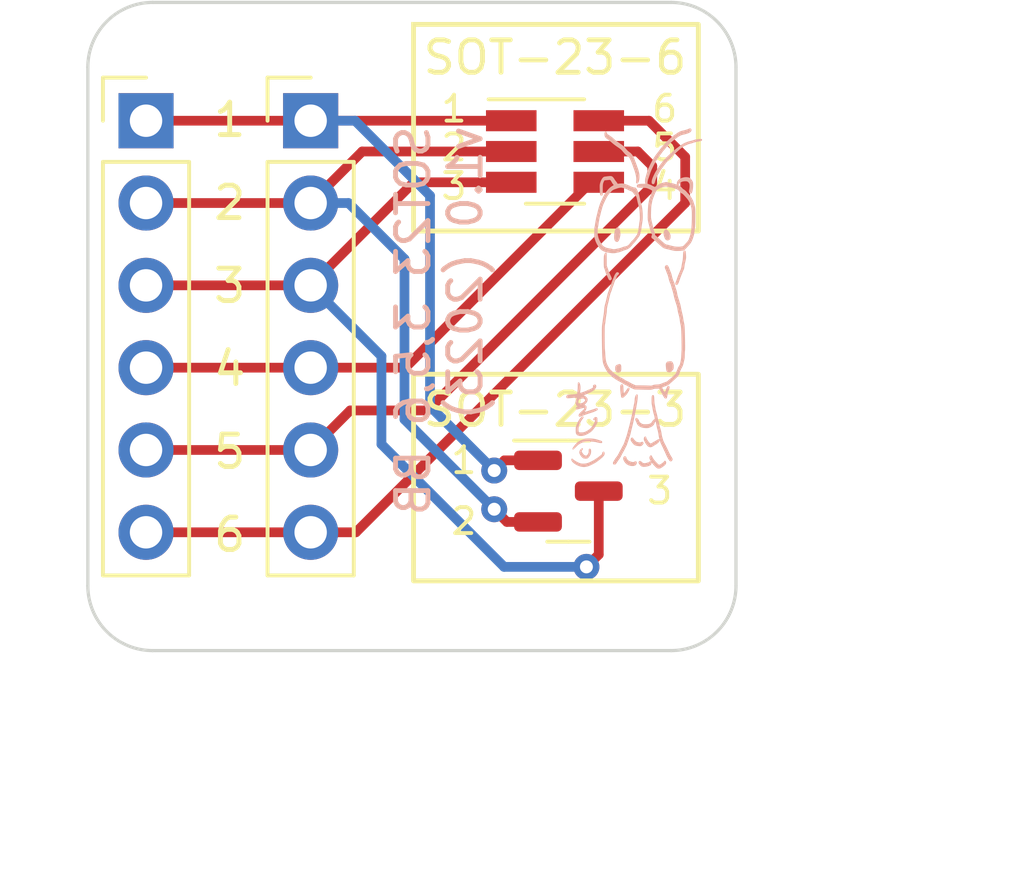
<source format=kicad_pcb>
(kicad_pcb (version 20221018) (generator pcbnew)
  (title_block (company "chof.org"))
  (layers (0 "F.Cu" signal) (31 "B.Cu" signal) (34 "B.Paste" user) (35 "F.Paste" user) (36 "B.SilkS" user "B.Silkscreen") (37 "F.SilkS" user "F.Silkscreen") (38 "B.Mask" user) (39 "F.Mask" user) (44 "Edge.Cuts" user))
  (net 0 "")
  (net 1 "1")
  (net 2 "2")
  (net 3 "3")
  (net 4 "4")
  (net 5 "5")
  (net 6 "6")
  (footprint "Package_TO_SOT_SMD:SOT-23" (layer "F.Cu") (at 76.5325 135.89)
    (fp_text reference "SOT-23-3" (at -0.4125 -2.5146) (layer "F.SilkS"))
    (fp_text value "SOT-23")
    (pad "1" smd roundrect (at -0.9375 -0.95) (size 1.475 0.6) (layers "F.Cu" "F.Paste" "F.Mask") (net 1 "1"))
    (pad "2" smd roundrect (at -0.9375 0.95) (size 1.475 0.6) (layers "F.Cu" "F.Paste" "F.Mask") (net 2 "2"))
    (pad "3" smd roundrect (at 0.9375 0) (size 1.475 0.6) (layers "F.Cu" "F.Paste" "F.Mask") (net 3 "3"))
  )
  (footprint "Connector_PinHeader_2.54mm:PinHeader_1x06_P2.54mm_Vertical" (layer "F.Cu") (at 68.58 124.46)
    (fp_text reference "REF**" hide)
    (fp_text value "H2 2.54mm")
    (pad "1" thru_hole rect locked (at 0 0) (size 1.7 1.7) (drill 1) (layers "*.Cu" "*.Mask") (net 1 "1"))
    (pad "2" thru_hole oval locked (at 0 2.54) (size 1.7 1.7) (drill 1) (layers "*.Cu" "*.Mask") (net 2 "2"))
    (pad "3" thru_hole oval locked (at 0 5.08) (size 1.7 1.7) (drill 1) (layers "*.Cu" "*.Mask") (net 3 "3"))
    (pad "4" thru_hole oval locked (at 0 7.62) (size 1.7 1.7) (drill 1) (layers "*.Cu" "*.Mask") (net 4 "4"))
    (pad "5" thru_hole oval locked (at 0 10.16) (size 1.7 1.7) (drill 1) (layers "*.Cu" "*.Mask") (net 5 "5"))
    (pad "6" thru_hole oval locked (at 0 12.7) (size 1.7 1.7) (drill 1) (layers "*.Cu" "*.Mask") (net 6 "6"))
  )
  (footprint "Package_TO_SOT_SMD:SOT-23-6_Handsoldering" (layer "F.Cu") (at 76.12 125.41)
    (fp_text reference "SOT-23-6" (at 0 -2.9) (layer "F.SilkS"))
    (fp_text value "SOT-23-6_Handsoldering" hide)
    (pad "1" smd rect (at -1.35 -0.95) (size 1.56 0.65) (layers "F.Cu" "F.Paste" "F.Mask") (net 1 "1"))
    (pad "2" smd rect (at -1.35 0) (size 1.56 0.65) (layers "F.Cu" "F.Paste" "F.Mask") (net 2 "2"))
    (pad "3" smd rect (at -1.35 0.95) (size 1.56 0.65) (layers "F.Cu" "F.Paste" "F.Mask") (net 3 "3"))
    (pad "4" smd rect (at 1.35 0.95) (size 1.56 0.65) (layers "F.Cu" "F.Paste" "F.Mask") (net 4 "4"))
    (pad "5" smd rect (at 1.35 0) (size 1.56 0.65) (layers "F.Cu" "F.Paste" "F.Mask") (net 5 "5"))
    (pad "6" smd rect (at 1.35 -0.95) (size 1.56 0.65) (layers "F.Cu" "F.Paste" "F.Mask") (net 6 "6"))
  )
  (footprint "Connector_PinHeader_2.54mm:PinHeader_1x06_P2.54mm_Vertical" (layer "F.Cu") (at 63.5 124.46)
    (fp_text reference "" hide)
    (fp_text value "H1 2.54mm")
    (pad "1" thru_hole rect locked (at 0 0) (size 1.7 1.7) (drill 1) (layers "*.Cu" "*.Mask") (net 1 "1"))
    (pad "2" thru_hole oval locked (at 0 2.54) (size 1.7 1.7) (drill 1) (layers "*.Cu" "*.Mask") (net 2 "2"))
    (pad "3" thru_hole oval locked (at 0 5.08) (size 1.7 1.7) (drill 1) (layers "*.Cu" "*.Mask") (net 3 "3"))
    (pad "4" thru_hole oval locked (at 0 7.62) (size 1.7 1.7) (drill 1) (layers "*.Cu" "*.Mask") (net 4 "4"))
    (pad "5" thru_hole oval locked (at 0 10.16) (size 1.7 1.7) (drill 1) (layers "*.Cu" "*.Mask") (net 5 "5"))
    (pad "6" thru_hole oval locked (at 0 12.7) (size 1.7 1.7) (drill 1) (layers "*.Cu" "*.Mask") (net 6 "6"))
  )
  (footprint "Chof747 Logos:LOGO small" (layer "B.Cu") (at 78.733029 130.225058 180)
    (fp_text reference "G***" hide)
    (fp_text value "LOGO" hide)
  )
  (gr_rect (start 71.755 132.2832) (end 80.5434 138.6586) (stroke (width 0.15)) (fill none) (layer "F.SilkS"))
  (gr_rect (start 71.755 121.4882) (end 80.5434 127.8636) (stroke (width 0.15)) (fill none) (layer "F.SilkS"))
  (gr_line (start 61.7042 138.81) (end 61.7042 122.81) (stroke (width 0.1)) (layer "Edge.Cuts"))
  (gr_arc (start 81.7042 138.81) (mid 81.118414 140.224214) (end 79.7042 140.81) (stroke (width 0.1)) (layer "Edge.Cuts"))
  (gr_arc (start 61.7042 122.81) (mid 62.289986 121.395786) (end 63.7042 120.81) (stroke (width 0.1)) (layer "Edge.Cuts"))
  (gr_line (start 79.7042 140.81) (end 63.7042 140.81) (stroke (width 0.1)) (layer "Edge.Cuts"))
  (gr_line (start 63.7042 120.81) (end 79.7042 120.81) (stroke (width 0.1)) (layer "Edge.Cuts"))
  (gr_arc (start 79.7042 120.81) (mid 81.118414 121.395786) (end 81.7042 122.81) (stroke (width 0.1)) (layer "Edge.Cuts"))
  (gr_arc (start 63.7042 140.81) (mid 62.289986 140.224214) (end 61.7042 138.81) (stroke (width 0.1)) (layer "Edge.Cuts"))
  (gr_line (start 81.7042 122.81) (end 81.7042 138.81) (stroke (width 0.1)) (layer "Edge.Cuts"))
  (gr_text "SOT23 3,5,6 BB\nv1.0 (2023)" (at 73.9394 124.5362 90) (layer "B.SilkS") (effects (font (size 1 1)) (justify left bottom mirror)))
  (gr_text locked "1" (at 72.5424 124.5616) (layer "F.SilkS") (effects (font (size 0.8 0.8) (thickness 0.12)) (justify left bottom)))
  (gr_text "6" (at 65.5066 137.8204) (layer "F.SilkS") (effects (font (size 1 1)) (justify left bottom)))
  (gr_text "5" (at 65.5066 135.26008) (layer "F.SilkS") (effects (font (size 1 1)) (justify left bottom)))
  (gr_text "3" (at 65.5066 130.13944) (layer "F.SilkS") (effects (font (size 1 1)) (justify left bottom)))
  (gr_text "5" (at 79.0448 125.7554) (layer "F.SilkS") (effects (font (size 0.8 0.8) (thickness 0.12)) (justify left bottom)))
  (gr_text "4" (at 79.0448 126.9492) (layer "F.SilkS") (effects (font (size 0.8 0.8) (thickness 0.12)) (justify left bottom)))
  (gr_text "3" (at 78.8924 136.3472) (layer "F.SilkS") (effects (font (size 0.8 0.8) (thickness 0.12)) (justify left bottom)))
  (gr_text "2" (at 65.5066 127.57912) (layer "F.SilkS") (effects (font (size 1 1)) (justify left bottom)))
  (gr_text "6" (at 79.0448 124.5616) (layer "F.SilkS") (effects (font (size 0.8 0.8) (thickness 0.12)) (justify left bottom)))
  (gr_text "1" (at 72.8472 135.4074) (layer "F.SilkS") (effects (font (size 0.8 0.8) (thickness 0.12)) (justify left bottom)))
  (gr_text "4" (at 65.5066 132.69976) (layer "F.SilkS") (effects (font (size 1 1)) (justify left bottom)))
  (gr_text "2" (at 72.8472 137.287) (layer "F.SilkS") (effects (font (size 0.8 0.8) (thickness 0.12)) (justify left bottom)))
  (gr_text "1" (at 65.5066 125.0188) (layer "F.SilkS") (effects (font (size 1 1)) (justify left bottom)))
  (gr_text locked "3" (at 72.5424 126.9492) (layer "F.SilkS") (effects (font (size 0.8 0.8) (thickness 0.12)) (justify left bottom)))
  (gr_text locked "2" (at 72.5424 125.7554) (layer "F.SilkS") (effects (font (size 0.8 0.8) (thickness 0.12)) (justify left bottom)))
  (segment (start 68.58 124.46) (end 63.5 124.46) (width 0.3) (layer "F.Cu") (net 1))
  (segment (start 74.77 124.46) (end 68.58 124.46) (width 0.3) (layer "F.Cu") (net 1))
  (segment (start 74.5592 134.94) (end 74.2442 135.255) (width 0.3) (layer "F.Cu") (net 1))
  (segment (start 75.595 134.94) (end 74.5592 134.94) (width 0.3) (layer "F.Cu") (net 1))
  (via (at 74.2442 135.255) (size 0.8) (drill 0.4) (layers "F.Cu" "B.Cu") (net 1))
  (segment (start 72.263 126.7714) (end 69.9516 124.46) (width 0.3) (layer "B.Cu") (net 1))
  (segment (start 69.9516 124.46) (end 68.58 124.46) (width 0.3) (layer "B.Cu") (net 1))
  (segment (start 72.263 133.2738) (end 72.263 126.7714) (width 0.3) (layer "B.Cu") (net 1))
  (segment (start 74.2442 135.255) (end 72.263 133.2738) (width 0.3) (layer "B.Cu") (net 1))
  (segment (start 74.77 125.41) (end 70.17 125.41) (width 0.3) (layer "F.Cu") (net 2))
  (segment (start 74.6354 136.84) (end 74.2442 136.4488) (width 0.3) (layer "F.Cu") (net 2))
  (segment (start 70.17 125.41) (end 68.58 127) (width 0.3) (layer "F.Cu") (net 2))
  (segment (start 68.58 127) (end 63.5 127) (width 0.3) (layer "F.Cu") (net 2))
  (segment (start 75.595 136.84) (end 74.6354 136.84) (width 0.3) (layer "F.Cu") (net 2))
  (via (at 74.2442 136.4488) (size 0.8) (drill 0.4) (layers "F.Cu" "B.Cu") (net 2))
  (segment (start 71.4756 133.6802) (end 71.4756 128.7272) (width 0.3) (layer "B.Cu") (net 2))
  (segment (start 71.4756 128.7272) (end 69.7484 127) (width 0.3) (layer "B.Cu") (net 2))
  (segment (start 74.2442 136.4488) (end 71.4756 133.6802) (width 0.3) (layer "B.Cu") (net 2))
  (segment (start 69.7484 127) (end 68.58 127) (width 0.3) (layer "B.Cu") (net 2))
  (segment (start 74.77 126.36) (end 71.76 126.36) (width 0.3) (layer "F.Cu") (net 3))
  (segment (start 71.76 126.36) (end 68.58 129.54) (width 0.3) (layer "F.Cu") (net 3))
  (segment (start 68.58 129.54) (end 63.5 129.54) (width 0.3) (layer "F.Cu") (net 3))
  (segment (start 77.47 135.89) (end 77.47 137.8458) (width 0.3) (layer "F.Cu") (net 3))
  (segment (start 77.47 137.8458) (end 77.089 138.2268) (width 0.3) (layer "F.Cu") (net 3))
  (via (at 77.089 138.2268) (size 0.8) (drill 0.4) (layers "F.Cu" "B.Cu") (net 3))
  (segment (start 77.089 138.2268) (end 74.549 138.2268) (width 0.3) (layer "B.Cu") (net 3))
  (segment (start 70.7644 131.7244) (end 68.58 129.54) (width 0.3) (layer "B.Cu") (net 3))
  (segment (start 74.549 138.2268) (end 70.7644 134.4422) (width 0.3) (layer "B.Cu") (net 3))
  (segment (start 70.7644 134.4422) (end 70.7644 131.7244) (width 0.3) (layer "B.Cu") (net 3))
  (segment (start 71.501 132.08) (end 68.58 132.08) (width 0.3) (layer "F.Cu") (net 4))
  (segment (start 77.221 126.36) (end 71.501 132.08) (width 0.3) (layer "F.Cu") (net 4))
  (segment (start 77.47 126.36) (end 77.221 126.36) (width 0.3) (layer "F.Cu") (net 4))
  (segment (start 68.58 132.08) (end 63.5 132.08) (width 0.3) (layer "F.Cu") (net 4))
  (segment (start 68.58 134.62) (end 63.5 134.62) (width 0.3) (layer "F.Cu") (net 5))
  (segment (start 78.674 125.41) (end 77.47 125.41) (width 0.3) (layer "F.Cu") (net 5))
  (segment (start 68.58 134.62) (end 69.7992 133.4008) (width 0.3) (layer "F.Cu") (net 5))
  (segment (start 79.121 125.857) (end 78.674 125.41) (width 0.3) (layer "F.Cu") (net 5))
  (segment (start 79.121 126.4666) (end 79.121 125.857) (width 0.3) (layer "F.Cu") (net 5))
  (segment (start 69.7992 133.4008) (end 72.1868 133.4008) (width 0.3) (layer "F.Cu") (net 5))
  (segment (start 72.1868 133.4008) (end 79.121 126.4666) (width 0.3) (layer "F.Cu") (net 5))
  (segment (start 80.137 127) (end 69.977 137.16) (width 0.3) (layer "F.Cu") (net 6))
  (segment (start 80.137 125.5776) (end 80.137 127) (width 0.3) (layer "F.Cu") (net 6))
  (segment (start 69.977 137.16) (end 68.58 137.16) (width 0.3) (layer "F.Cu") (net 6))
  (segment (start 68.58 137.16) (end 63.5 137.16) (width 0.3) (layer "F.Cu") (net 6))
  (segment (start 79.0194 124.46) (end 80.137 125.5776) (width 0.3) (layer "F.Cu") (net 6))
  (segment (start 77.47 124.46) (end 79.0194 124.46) (width 0.3) (layer "F.Cu") (net 6))
)
</source>
